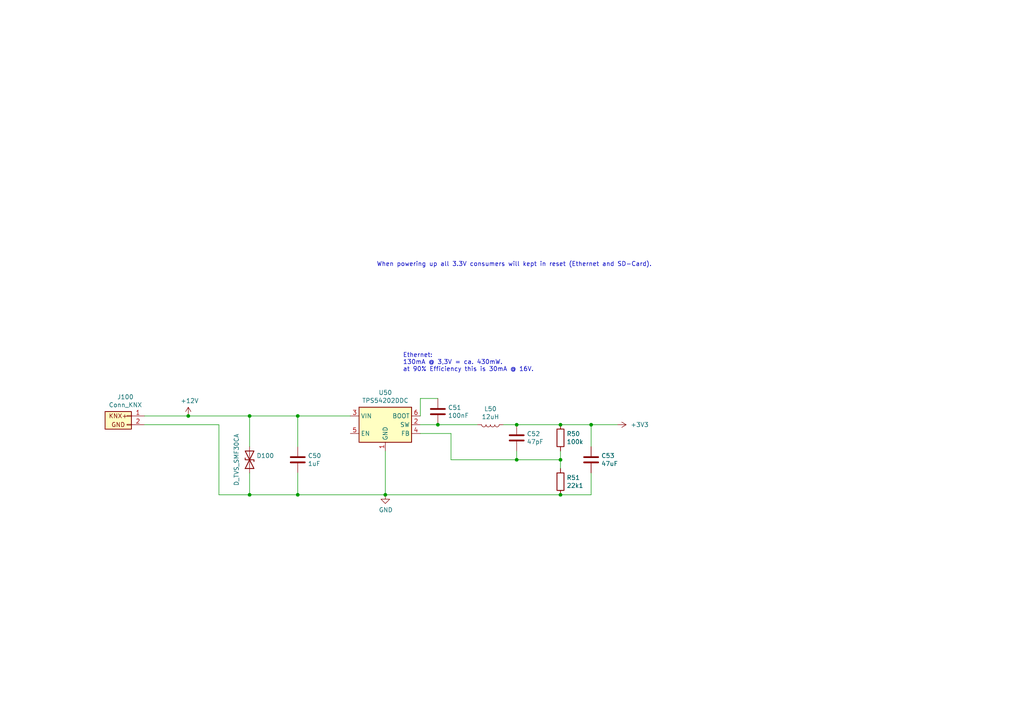
<source format=kicad_sch>
(kicad_sch (version 20231120) (generator "eeschema") (generator_version "8.0")
  (paper "A4")
  (title_block (title "REG1-IpController2040") (date "2023-11-13") (rev "V01.00") (company "OpenKNX") (comment 1 "by Ing-Dom <dom@ing-dom.de>") (comment 2 "OpenKNX Open Hardware under CC BY-NC-SA 4.0") (comment 3 "REG1-Controller with Ethernet connectivity") (comment 4 "https://OpenKNX.de"))
  (lib_symbols
    (symbol "Device:C" (pin_numbers hide) (pin_names (offset 0.254))
      (property "Reference" "C" (at 0.635 2.54 0))
      (property "Value" "C" (at 0.635 -2.54 0))
      (symbol "C_0_1"
        (polyline (pts (xy -2.032 -0.762) (xy 2.032 -0.762)) (stroke (width 0.508)))
        (polyline (pts (xy -2.032 0.762) (xy 2.032 0.762)) (stroke (width 0.508)))
      )
      (symbol "C_1_1"
        (pin passive line (at 0 3.81 270) (length 2.794) (name "~") (number "1"))
        (pin passive line (at 0 -3.81 90) (length 2.794) (name "~") (number "2"))
      )
    )
    (symbol "Device:D_TVS" (pin_numbers hide) (pin_names (offset 1.016) hide)
      (property "Reference" "D" (at 0 2.54 0))
      (property "Value" "D_TVS" (at 0 -2.54 0))
      (symbol "D_TVS_0_1"
        (polyline (pts (xy 1.27 0) (xy -1.27 0)))
        (polyline (pts (xy 0.508 1.27) (xy 0 1.27) (xy 0 -1.27) (xy -0.508 -1.27)) (stroke (width 0.254)))
        (polyline (pts (xy -2.54 1.27) (xy -2.54 -1.27) (xy 2.54 1.27) (xy 2.54 -1.27) (xy -2.54 1.27)) (stroke (width 0.254)))
      )
      (symbol "D_TVS_1_1"
        (pin passive line (at -3.81 0 0) (length 2.54) (name "A1") (number "1"))
        (pin passive line (at 3.81 0 180) (length 2.54) (name "A2") (number "2"))
      )
    )
    (symbol "Device:L" (pin_numbers hide) (pin_names (offset 1.016) hide)
      (property "Reference" "L" (at -1.27 0 90))
      (property "Value" "L" (at 1.905 0 90))
      (symbol "L_0_1"
        (arc (start 0 -2.54) (mid 0.6323 -1.905) (end 0 -1.27))
        (arc (start 0 -1.27) (mid 0.6323 -0.635) (end 0 0))
        (arc (start 0 0) (mid 0.6323 0.635) (end 0 1.27))
        (arc (start 0 1.27) (mid 0.6323 1.905) (end 0 2.54))
      )
      (symbol "L_1_1"
        (pin passive line (at 0 3.81 270) (length 1.27) (name "1") (number "1"))
        (pin passive line (at 0 -3.81 90) (length 1.27) (name "2") (number "2"))
      )
    )
    (symbol "Device:R" (pin_numbers hide) (pin_names (offset 0))
      (property "Reference" "R" (at 2.032 0 90))
      (property "Value" "R" (at 0 0 90))
      (symbol "R_0_1"
        (rectangle (start -1.016 -2.54) (end 1.016 2.54) (stroke (width 0.254)))
      )
      (symbol "R_1_1"
        (pin passive line (at 0 3.81 270) (length 1.27) (name "~") (number "1"))
        (pin passive line (at 0 -3.81 90) (length 1.27) (name "~") (number "2"))
      )
    )
    (symbol "OpenKNX:Conn_KNX" (pin_names (offset 1.016) hide)
      (property "Reference" "J" (at 0 2.54 0))
      (property "Value" "Conn_KNX" (at 0 -5.08 0))
      (symbol "Conn_KNX_0_0"
        (text "GND" (at 2.54 -2.54 0) (effects (font (size 1.27 1.27))))
        (text "KNX+" (at 2.54 0 0) (effects (font (size 1.27 1.27))))
      )
      (symbol "Conn_KNX_1_1"
        (rectangle (start -1.27 -2.413) (end 0 -2.667) (stroke (width 0.1524)))
        (rectangle (start -1.27 0.127) (end 0 -0.127) (stroke (width 0.1524)))
        (rectangle (start -1.27 1.27) (end 6.35 -3.81) (stroke (width 0.254)) (fill (type background)))
        (pin passive line (at -5.08 0 0) (length 3.81) (name "Pin_1") (number "1"))
        (pin passive line (at -5.08 -2.54 0) (length 3.81) (name "Pin_2") (number "2"))
      )
    )
    (symbol "Regulator_Switching:TPS54202DDC"
      (property "Reference" "U" (at -7.62 6.35 0))
      (property "Value" "TPS54202DDC" (at 0 6.35 0))
      (symbol "TPS54202DDC_0_1"
        (rectangle (start -7.62 5.08) (end 7.62 -5.08) (stroke (width 0.254)) (fill (type background)))
      )
      (symbol "TPS54202DDC_1_1"
        (pin power_in line (at 0 -7.62 90) (length 2.54) (name "GND") (number "1"))
        (pin power_out line (at 10.16 0 180) (length 2.54) (name "SW") (number "2"))
        (pin power_in line (at -10.16 2.54 0) (length 2.54) (name "VIN") (number "3"))
        (pin input line (at 10.16 -2.54 180) (length 2.54) (name "FB") (number "4"))
        (pin input line (at -10.16 -2.54 0) (length 2.54) (name "EN") (number "5"))
        (pin passive line (at 10.16 2.54 180) (length 2.54) (name "BOOT") (number "6"))
      )
    )
    (symbol "power:+12V" (power) (pin_names (offset 0))
      (property "Value" "+12V" (at 0 3.556 0))
      (symbol "+12V_0_1"
        (polyline (pts (xy -0.762 1.27) (xy 0 2.54)))
        (polyline (pts (xy 0 0) (xy 0 2.54)))
        (polyline (pts (xy 0 2.54) (xy 0.762 1.27)))
      )
      (symbol "+12V_1_1"
        (pin power_in line (at 0 0 90) (length 0) hide (name "+12V") (number "1"))
      )
    )
    (symbol "power:+3V3" (power) (pin_names (offset 0))
      (property "Value" "+3V3" (at 0 3.556 0))
      (symbol "+3V3_0_1"
        (polyline (pts (xy -0.762 1.27) (xy 0 2.54)))
        (polyline (pts (xy 0 0) (xy 0 2.54)))
        (polyline (pts (xy 0 2.54) (xy 0.762 1.27)))
      )
      (symbol "+3V3_1_1"
        (pin power_in line (at 0 0 90) (length 0) hide (name "+3V3") (number "1"))
      )
    )
    (symbol "power:GND" (power) (pin_names (offset 0))
      (property "Value" "GND" (at 0 -3.81 0))
      (symbol "GND_0_1"
        (polyline (pts (xy 0 0) (xy 0 -1.27) (xy 1.27 -1.27) (xy 0 -2.54) (xy -1.27 -1.27) (xy 0 -1.27)))
      )
      (symbol "GND_1_1"
        (pin power_in line (at 0 0 270) (length 0) hide (name "GND") (number "1"))
      )
    )
  )
  (junction (at 86.36 120.65))
  (junction (at 162.56 133.35))
  (junction (at 171.45 123.19))
  (junction (at 86.36 143.51))
  (junction (at 162.56 143.51))
  (junction (at 72.39 143.51))
  (junction (at 72.39 120.65))
  (junction (at 149.86 123.19))
  (junction (at 54.61 120.65))
  (junction (at 111.76 143.51))
  (junction (at 162.56 123.19))
  (junction (at 127 123.19))
  (junction (at 149.86 133.35))
  (wire (pts (xy 72.39 120.65) (xy 86.36 120.65)))
  (wire (pts (xy 72.39 143.51) (xy 63.5 143.51)))
  (wire (pts (xy 149.86 130.81) (xy 149.86 133.35)))
  (wire (pts (xy 171.45 137.16) (xy 171.45 143.51)))
  (wire (pts (xy 171.45 123.19) (xy 179.07 123.19)))
  (wire (pts (xy 130.81 133.35) (xy 149.86 133.35)))
  (wire (pts (xy 63.5 143.51) (xy 63.5 123.19)))
  (wire (pts (xy 162.56 143.51) (xy 111.76 143.51)))
  (wire (pts (xy 72.39 120.65) (xy 72.39 129.54)))
  (wire (pts (xy 149.86 123.19) (xy 162.56 123.19)))
  (wire (pts (xy 121.92 125.73) (xy 130.81 125.73)))
  (wire (pts (xy 162.56 123.19) (xy 171.45 123.19)))
  (wire (pts (xy 149.86 133.35) (xy 162.56 133.35)))
  (wire (pts (xy 171.45 123.19) (xy 171.45 129.54)))
  (wire (pts (xy 162.56 130.81) (xy 162.56 133.35)))
  (wire (pts (xy 130.81 125.73) (xy 130.81 133.35)))
  (wire (pts (xy 54.61 120.65) (xy 72.39 120.65)))
  (wire (pts (xy 86.36 120.65) (xy 86.36 129.54)))
  (wire (pts (xy 127 123.19) (xy 138.43 123.19)))
  (wire (pts (xy 86.36 143.51) (xy 111.76 143.51)))
  (wire (pts (xy 171.45 143.51) (xy 162.56 143.51)))
  (wire (pts (xy 101.6 120.65) (xy 86.36 120.65)))
  (wire (pts (xy 41.91 120.65) (xy 54.61 120.65)))
  (wire (pts (xy 121.92 120.65) (xy 121.92 115.57)))
  (wire (pts (xy 86.36 143.51) (xy 72.39 143.51)))
  (wire (pts (xy 121.92 115.57) (xy 127 115.57)))
  (wire (pts (xy 63.5 123.19) (xy 41.91 123.19)))
  (wire (pts (xy 121.92 123.19) (xy 127 123.19)))
  (wire (pts (xy 146.05 123.19) (xy 149.86 123.19)))
  (wire (pts (xy 72.39 137.16) (xy 72.39 143.51)))
  (wire (pts (xy 162.56 133.35) (xy 162.56 135.89)))
  (wire (pts (xy 111.76 143.51) (xy 111.76 130.81)))
  (wire (pts (xy 86.36 137.16) (xy 86.36 143.51)))
  (text "When powering up all 3.3V consumers will kept in reset (Ethernet and SD-Card)." (at 109.22 77.47 0) (effects (font (size 1.27 1.27)) (justify left bottom)))
  (text "Ethernet:\n130mA @ 3,3V = ca. 430mW.\nat 90% Efficiency this is 30mA @ 16V." (at 116.84 107.95 0) (effects (font (size 1.27 1.27)) (justify left bottom)))
  (symbol (lib_id "Regulator_Switching:TPS54202DDC") (at 111.76 123.19 0) (unit 1)
    (property "Reference" "U50" (at 111.76 113.8682 0))
    (property "Value" "TPS54202DDC" (at 111.76 116.1796 0))
    (property "Footprint" "Package_TO_SOT_SMD:SOT-23-6" (effects (hide yes)))
    (property "Datasheet" "http://www.ti.com/lit/ds/symlink/tps54202.pdf" (effects (hide yes)))
  )
  (symbol (lib_id "Device:C") (at 86.36 133.35 0) (unit 1)
    (property "Reference" "C50" (at 89.281 132.1816 0) (effects (justify left)))
    (property "Value" "1uF" (at 89.281 134.493 0) (effects (justify left)))
    (property "Footprint" "Capacitor_SMD:C_0805_2012Metric" (effects (hide yes)))
  )
  (symbol (lib_id "Device:C") (at 149.86 127 0) (unit 1)
    (property "Reference" "C52" (at 152.781 125.8316 0) (effects (justify left)))
    (property "Value" "47pF" (at 152.781 128.143 0) (effects (justify left)))
    (property "Footprint" "Capacitor_SMD:C_0402_1005Metric" (effects (hide yes)))
  )
  (symbol (lib_id "Device:L") (at 142.24 123.19 270) (unit 1)
    (property "Reference" "L50" (at 142.24 118.5926 90))
    (property "Value" "12uH" (at 142.24 120.904 90))
    (property "Footprint" "DomsKiCADLib:L_Sunlord_SWPA4020" (effects (hide yes)))
  )
  (symbol (lib_id "Device:C") (at 171.45 133.35 0) (unit 1)
    (property "Reference" "C53" (at 174.371 132.1816 0) (effects (justify left)))
    (property "Value" "47uF" (at 174.371 134.493 0) (effects (justify left)))
    (property "Footprint" "Capacitor_SMD:C_1206_3216Metric" (effects (hide yes)))
  )
  (symbol (lib_id "Device:R") (at 162.56 127 0) (unit 1)
    (property "Reference" "R50" (at 164.338 125.8316 0) (effects (justify left)))
    (property "Value" "100k" (at 164.338 128.143 0) (effects (justify left)))
    (property "Footprint" "Resistor_SMD:R_0402_1005Metric" (effects (hide yes)))
  )
  (symbol (lib_id "Device:R") (at 162.56 139.7 0) (unit 1)
    (property "Reference" "R51" (at 164.338 138.5316 0) (effects (justify left)))
    (property "Value" "22k1" (at 164.338 140.843 0) (effects (justify left)))
    (property "Footprint" "Resistor_SMD:R_0402_1005Metric" (effects (hide yes)))
  )
  (symbol (lib_id "Device:C") (at 127 119.38 0) (unit 1)
    (property "Reference" "C51" (at 129.921 118.2116 0) (effects (justify left)))
    (property "Value" "100nF" (at 129.921 120.523 0) (effects (justify left)))
    (property "Footprint" "Capacitor_SMD:C_0402_1005Metric" (effects (hide yes)))
  )
  (symbol (lib_id "power:GND") (at 111.76 143.51 0) (unit 1)
    (property "Reference" "#PWR0151" (effects (hide yes)))
    (property "Value" "GND" (at 111.887 147.9042 0))
  )
  (symbol (lib_id "OpenKNX:Conn_KNX") (at 36.83 120.65 0) (mirror y) (unit 1)
    (property "Reference" "J100" (at 36.3728 115.1382 0))
    (property "Value" "Conn_KNX" (at 36.3728 117.4496 0))
    (property "Footprint" "OpenKNX:Wago243_212_Connector" (effects (hide yes)))
  )
  (symbol (lib_id "power:+12V") (at 54.61 120.65 0) (unit 1)
    (property "Reference" "#PWR0102" (effects (hide yes)))
    (property "Value" "+12V" (at 54.991 116.2558 0))
  )
  (symbol (lib_id "Device:D_TVS") (at 72.39 133.35 90) (unit 1)
    (property "Reference" "D100" (at 74.3966 132.1816 90) (effects (justify right)))
    (property "Value" "D_TVS_SMF30CA" (at 68.58 125.73 0) (effects (justify right)))
    (property "Footprint" "Diode_SMD:D_SOD-123F" (effects (hide yes)))
  )
  (symbol (lib_id "power:+3V3") (at 179.07 123.19 270) (unit 1)
    (property "Reference" "#PWR024" (effects (hide yes)))
    (property "Value" "+3V3" (at 182.88 123.19 90) (effects (justify left)))
  )
)
</source>
